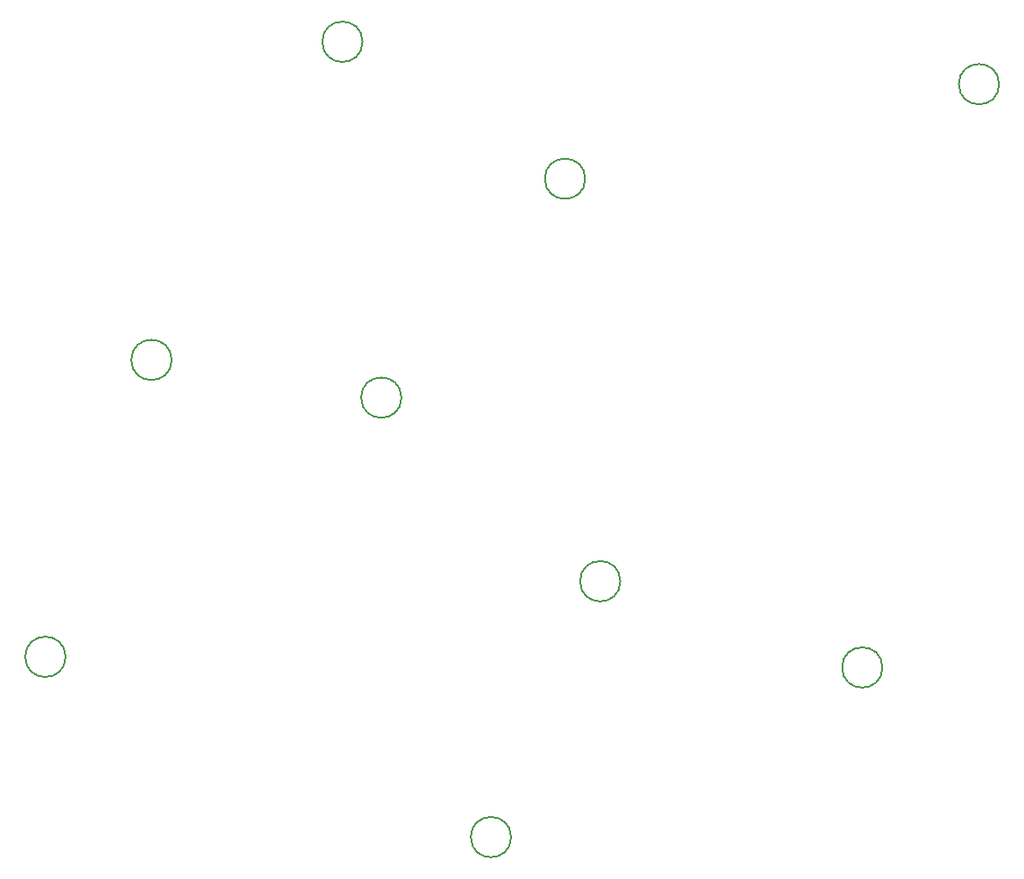
<source format=gbr>
%TF.GenerationSoftware,KiCad,Pcbnew,6.0.7*%
%TF.CreationDate,2023-01-29T15:54:58+00:00*%
%TF.ProjectId,rknt36-rounded,726b6e74-3336-42d7-926f-756e6465642e,rev?*%
%TF.SameCoordinates,Original*%
%TF.FileFunction,Other,Comment*%
%FSLAX46Y46*%
G04 Gerber Fmt 4.6, Leading zero omitted, Abs format (unit mm)*
G04 Created by KiCad (PCBNEW 6.0.7) date 2023-01-29 15:54:58*
%MOMM*%
%LPD*%
G01*
G04 APERTURE LIST*
%ADD10C,0.150000*%
G04 APERTURE END LIST*
D10*
%TO.C,H3*%
X171600000Y-104130000D02*
G75*
G03*
X171600000Y-104130000I-1900000J0D01*
G01*
%TO.C,H1*%
X104600000Y-75130000D02*
G75*
G03*
X104600000Y-75130000I-1900000J0D01*
G01*
%TO.C,H7*%
X146900000Y-96000000D02*
G75*
G03*
X146900000Y-96000000I-1900000J0D01*
G01*
%TO.C,H5*%
X94600000Y-103130000D02*
G75*
G03*
X94600000Y-103130000I-1900000J0D01*
G01*
%TO.C,H4*%
X182600000Y-49130000D02*
G75*
G03*
X182600000Y-49130000I-1900000J0D01*
G01*
%TO.C,H10*%
X126262174Y-78682808D02*
G75*
G03*
X126262174Y-78682808I-1900000J0D01*
G01*
%TO.C,H6*%
X122600000Y-45130000D02*
G75*
G03*
X122600000Y-45130000I-1900000J0D01*
G01*
%TO.C,H8*%
X143579366Y-58044982D02*
G75*
G03*
X143579366Y-58044982I-1900000J0D01*
G01*
%TO.C,H2*%
X136600000Y-120130000D02*
G75*
G03*
X136600000Y-120130000I-1900000J0D01*
G01*
%TD*%
M02*

</source>
